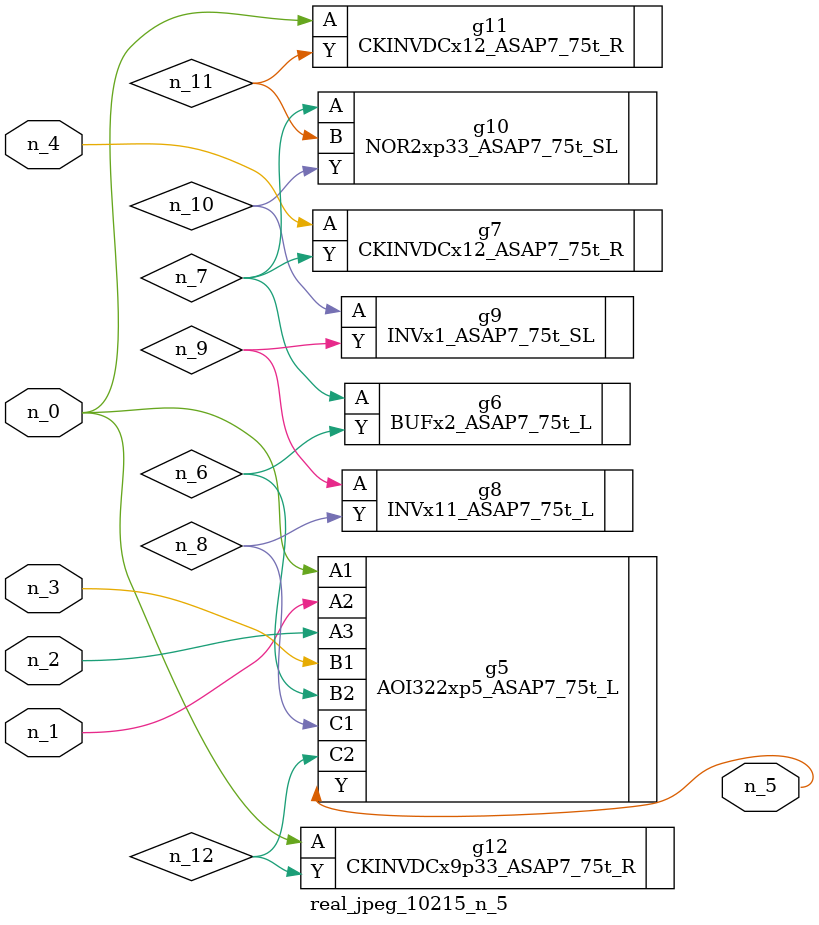
<source format=v>
module real_jpeg_10215_n_5 (n_4, n_0, n_1, n_2, n_3, n_5);

input n_4;
input n_0;
input n_1;
input n_2;
input n_3;

output n_5;

wire n_12;
wire n_8;
wire n_11;
wire n_6;
wire n_7;
wire n_10;
wire n_9;

AOI322xp5_ASAP7_75t_L g5 ( 
.A1(n_0),
.A2(n_1),
.A3(n_2),
.B1(n_3),
.B2(n_6),
.C1(n_8),
.C2(n_12),
.Y(n_5)
);

CKINVDCx12_ASAP7_75t_R g11 ( 
.A(n_0),
.Y(n_11)
);

CKINVDCx9p33_ASAP7_75t_R g12 ( 
.A(n_0),
.Y(n_12)
);

CKINVDCx12_ASAP7_75t_R g7 ( 
.A(n_4),
.Y(n_7)
);

BUFx2_ASAP7_75t_L g6 ( 
.A(n_7),
.Y(n_6)
);

NOR2xp33_ASAP7_75t_SL g10 ( 
.A(n_7),
.B(n_11),
.Y(n_10)
);

INVx11_ASAP7_75t_L g8 ( 
.A(n_9),
.Y(n_8)
);

INVx1_ASAP7_75t_SL g9 ( 
.A(n_10),
.Y(n_9)
);


endmodule
</source>
